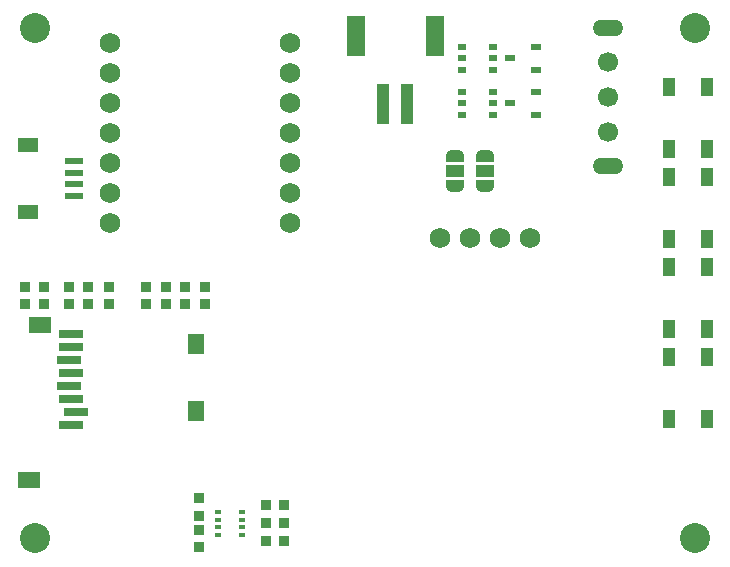
<source format=gbr>
%TF.GenerationSoftware,KiCad,Pcbnew,7.0.8*%
%TF.CreationDate,2024-01-07T13:33:52-05:00*%
%TF.ProjectId,destinationWeatherStation_r4-5,64657374-696e-4617-9469-6f6e57656174,02*%
%TF.SameCoordinates,Original*%
%TF.FileFunction,Soldermask,Top*%
%TF.FilePolarity,Negative*%
%FSLAX46Y46*%
G04 Gerber Fmt 4.6, Leading zero omitted, Abs format (unit mm)*
G04 Created by KiCad (PCBNEW 7.0.8) date 2024-01-07 13:33:52*
%MOMM*%
%LPD*%
G01*
G04 APERTURE LIST*
G04 Aperture macros list*
%AMFreePoly0*
4,1,19,0.550000,-0.750000,0.000000,-0.750000,0.000000,-0.744911,-0.071157,-0.744911,-0.207708,-0.704816,-0.327430,-0.627875,-0.420627,-0.520320,-0.479746,-0.390866,-0.500000,-0.250000,-0.500000,0.250000,-0.479746,0.390866,-0.420627,0.520320,-0.327430,0.627875,-0.207708,0.704816,-0.071157,0.744911,0.000000,0.744911,0.000000,0.750000,0.550000,0.750000,0.550000,-0.750000,0.550000,-0.750000,
$1*%
%AMFreePoly1*
4,1,19,0.000000,0.744911,0.071157,0.744911,0.207708,0.704816,0.327430,0.627875,0.420627,0.520320,0.479746,0.390866,0.500000,0.250000,0.500000,-0.250000,0.479746,-0.390866,0.420627,-0.520320,0.327430,-0.627875,0.207708,-0.704816,0.071157,-0.744911,0.000000,-0.744911,0.000000,-0.750000,-0.550000,-0.750000,-0.550000,0.750000,0.000000,0.750000,0.000000,0.744911,0.000000,0.744911,
$1*%
G04 Aperture macros list end*
%ADD10R,1.000000X1.550000*%
%ADD11C,2.540000*%
%ADD12O,2.600000X1.350000*%
%ADD13C,1.700000*%
%ADD14R,0.826000X0.609000*%
%ADD15R,0.970000X0.871000*%
%ADD16R,1.500000X3.400000*%
%ADD17R,1.000000X3.500000*%
%ADD18R,0.706000X0.567000*%
%ADD19R,2.000000X0.800000*%
%ADD20R,1.400000X1.800000*%
%ADD21R,1.900000X1.400000*%
%ADD22R,0.820000X0.929000*%
%ADD23R,0.929000X0.820000*%
%ADD24FreePoly0,90.000000*%
%ADD25R,1.500000X1.000000*%
%ADD26FreePoly1,90.000000*%
%ADD27C,1.750000*%
%ADD28R,1.800000X1.200000*%
%ADD29R,1.550000X0.600000*%
%ADD30R,0.500000X0.350000*%
%ADD31FreePoly0,270.000000*%
%ADD32FreePoly1,270.000000*%
G04 APERTURE END LIST*
D10*
%TO.C,SW5*%
X173685000Y-102785000D03*
X173685000Y-108035000D03*
X170485000Y-102785000D03*
X170485000Y-108035000D03*
%TD*%
D11*
%TO.C,H4*%
X172720000Y-118110000D03*
%TD*%
D10*
%TO.C,SW3*%
X173685000Y-87545000D03*
X173685000Y-92795000D03*
X170485000Y-87545000D03*
X170485000Y-92795000D03*
%TD*%
%TO.C,SW2*%
X173685000Y-79925000D03*
X173685000Y-85175000D03*
X170485000Y-79925000D03*
X170485000Y-85175000D03*
%TD*%
D12*
%TO.C,SW1*%
X165354000Y-86530000D03*
X165354000Y-74930000D03*
D13*
X165354000Y-83730000D03*
X165354000Y-80730000D03*
X165354000Y-77730000D03*
%TD*%
D14*
%TO.C,Q2*%
X159228000Y-78420000D03*
X159228000Y-76520000D03*
X157002000Y-77470000D03*
%TD*%
D11*
%TO.C,H1*%
X116840000Y-74930000D03*
%TD*%
D15*
%TO.C,C2*%
X130683000Y-117360000D03*
X130683000Y-118860000D03*
%TD*%
D11*
%TO.C,H3*%
X116840000Y-118110000D03*
%TD*%
D16*
%TO.C,J1*%
X150670000Y-75586000D03*
X143970000Y-75586000D03*
D17*
X148320000Y-81336000D03*
X146320000Y-81336000D03*
%TD*%
D18*
%TO.C,Q4*%
X155608000Y-78420000D03*
X155608000Y-77470000D03*
X155608000Y-76520000D03*
X153002000Y-76520000D03*
X153002000Y-77470000D03*
X153002000Y-78420000D03*
%TD*%
D19*
%TO.C,J2*%
X119879000Y-108505000D03*
X120279000Y-107405000D03*
X119879000Y-106305000D03*
X119679000Y-105205000D03*
X119879000Y-104105000D03*
X119679000Y-103005000D03*
X119879000Y-101905000D03*
X119879000Y-100805000D03*
D20*
X130429000Y-101615000D03*
X130429000Y-107315000D03*
D21*
X117279000Y-100015000D03*
X116279000Y-113165000D03*
%TD*%
D10*
%TO.C,SW4*%
X173685000Y-95165000D03*
X173685000Y-100415000D03*
X170485000Y-95165000D03*
X170485000Y-100415000D03*
%TD*%
D22*
%TO.C,R10*%
X137910000Y-118364000D03*
X136400000Y-118364000D03*
%TD*%
D23*
%TO.C,R5*%
X127889000Y-96781000D03*
X127889000Y-98291000D03*
%TD*%
D24*
%TO.C,JP2*%
X154940000Y-88295000D03*
D25*
X154940000Y-86995000D03*
D26*
X154940000Y-85695000D03*
%TD*%
D15*
%TO.C,C4*%
X117602000Y-98286000D03*
X117602000Y-96786000D03*
%TD*%
D23*
%TO.C,R3*%
X121343000Y-96781000D03*
X121343000Y-98291000D03*
%TD*%
D27*
%TO.C,U1*%
X123190000Y-76200000D03*
X123190000Y-78740000D03*
X123190000Y-81280000D03*
X123190000Y-83820000D03*
X123190000Y-86360000D03*
X123190000Y-88900000D03*
X123190000Y-91440000D03*
X138430000Y-91440000D03*
X138430000Y-88900000D03*
X138430000Y-86360000D03*
X138430000Y-83820000D03*
X138430000Y-81280000D03*
X138430000Y-78740000D03*
X138430000Y-76200000D03*
%TD*%
D28*
%TO.C,J3*%
X116235000Y-84830000D03*
X116235000Y-90430000D03*
D29*
X120110000Y-86130000D03*
X120110000Y-87130000D03*
X120110000Y-88130000D03*
X120110000Y-89130000D03*
%TD*%
D23*
%TO.C,R1*%
X131191000Y-96781000D03*
X131191000Y-98291000D03*
%TD*%
D30*
%TO.C,U2*%
X134375000Y-115865000D03*
X134375000Y-116515000D03*
X134375000Y-117165000D03*
X134375000Y-117815000D03*
X132325000Y-117815000D03*
X132325000Y-117165000D03*
X132325000Y-116515000D03*
X132325000Y-115865000D03*
%TD*%
D14*
%TO.C,Q1*%
X159228000Y-82230000D03*
X159228000Y-80330000D03*
X157002000Y-81280000D03*
%TD*%
D23*
%TO.C,R2*%
X119692000Y-96781000D03*
X119692000Y-98291000D03*
%TD*%
D27*
%TO.C,U3*%
X151130000Y-92710000D03*
X153670000Y-92710000D03*
X156210000Y-92710000D03*
X158750000Y-92710000D03*
%TD*%
D22*
%TO.C,R9*%
X137920000Y-116840000D03*
X136410000Y-116840000D03*
%TD*%
D23*
%TO.C,R6*%
X126238000Y-96781000D03*
X126238000Y-98291000D03*
%TD*%
D31*
%TO.C,JP1*%
X152400000Y-85695000D03*
D25*
X152400000Y-86995000D03*
D32*
X152400000Y-88295000D03*
%TD*%
D23*
%TO.C,R7*%
X129540000Y-96781000D03*
X129540000Y-98291000D03*
%TD*%
D22*
%TO.C,R8*%
X137920000Y-115316000D03*
X136410000Y-115316000D03*
%TD*%
D15*
%TO.C,C1*%
X130683000Y-114693000D03*
X130683000Y-116193000D03*
%TD*%
D23*
%TO.C,R4*%
X123063000Y-96781000D03*
X123063000Y-98291000D03*
%TD*%
D15*
%TO.C,C3*%
X115951000Y-98286000D03*
X115951000Y-96786000D03*
%TD*%
D18*
%TO.C,Q3*%
X155608000Y-82230000D03*
X155608000Y-81280000D03*
X155608000Y-80330000D03*
X153002000Y-80330000D03*
X153002000Y-81280000D03*
X153002000Y-82230000D03*
%TD*%
D11*
%TO.C,H2*%
X172720000Y-74930000D03*
%TD*%
M02*

</source>
